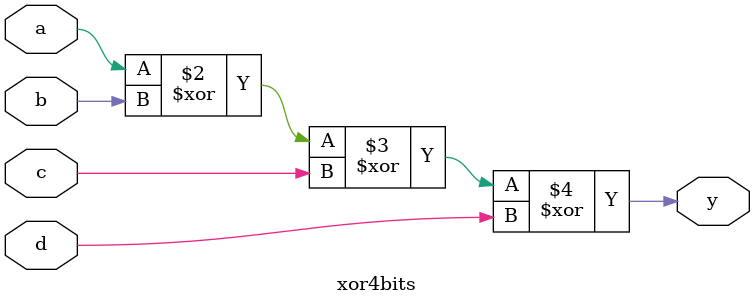
<source format=sv>
module xor4bits
  ( input logic a,b,c,d,
    output logic y);
   
     always @ *
 
     y = a ^ b ^ c ^ d; 
endmodule 
</source>
